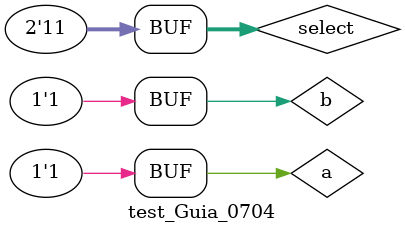
<source format=v>
/*
 Guia_0704.v
 0860668 - Ana Clara Lonczynski
*/

module Guia_0704 (output selected_out, input a, input b, input [1:0] select);

// Definindo as operações lógicas
wire or_result, nor_result, xor_result, xnor_result;

// Operações lógicas
assign or_result = a | b;     // Operação OR
assign nor_result = ~(a | b); // Operação NOR
assign xor_result = a ^ b;    // Operação XOR
assign xnor_result = ~(a ^ b); // Operação XNOR

// Fios intermediários para seleção de operações
wire sel_or_nor, sel_xor_xnor;

// Seleção entre OR e NOR (selecão bit mais baixo)
assign sel_or_nor = (select[0] & or_result) | (~select[0] & nor_result);

// Seleção entre XOR e XNOR (selecão bit mais baixo)
assign sel_xor_xnor = (select[0] & xor_result) | (~select[0] & xnor_result);

// Seleção final entre os grupos OR/NOR e XOR/XNOR (seleção bit mais alto)
assign selected_out = (select[1] & sel_xor_xnor) | (~select[1] & sel_or_nor);

endmodule

// Módulo de teste
module test_Guia_0704;

reg a, b;
reg [1:0] select;
wire selected_out;

// Instanciando o módulo principal
Guia_0704 LU (selected_out, a, b, select);

// Início dos testes
initial begin
    $display("Guia_0704 - Testes da Unidade Lógica");
    $display("a b select | Selected Out");
    $monitor("%b %b   %2b     |     %b", a, b, select, selected_out);

    // Testes com combinações de entradas e chaves de seleção
    a = 0; b = 0; select = 2'b00; #10; // NOR
    a = 0; b = 1; select = 2'b00; #10; // NOR
    a = 1; b = 0; select = 2'b00; #10; // NOR
    a = 1; b = 1; select = 2'b00; #10; // NOR

    select = 2'b01; // Testando OR
    a = 0; b = 0; #10; // OR
    a = 0; b = 1; #10; // OR
    a = 1; b = 0; #10; // OR
    a = 1; b = 1; #10; // OR

    select = 2'b10; // Testando XOR
    a = 0; b = 0; #10; // XOR
    a = 0; b = 1; #10; // XOR
    a = 1; b = 0; #10; // XOR
    a = 1; b = 1; #10; // XOR

    select = 2'b11; // Testando XNOR
    a = 0; b = 0; #10; // XNOR
    a = 0; b = 1; #10; // XNOR
    a = 1; b = 0; #10; // XNOR
    a = 1; b = 1; #10; // XNOR
end

endmodule

</source>
